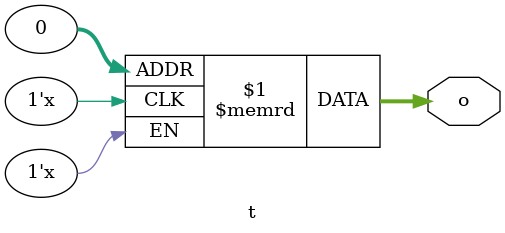
<source format=v>

module t
  #(parameter WIDTH = 8)
   (/*AUTOARG*/
   // Outputs
   o
   );
   output [WIDTH-1:0] o;
   localparam DEPTH = $clog2(5);
   // Note single bracket below
   reg [WIDTH-1:0] arid [1<<DEPTH];
   assign o = arid[0];
endmodule

</source>
